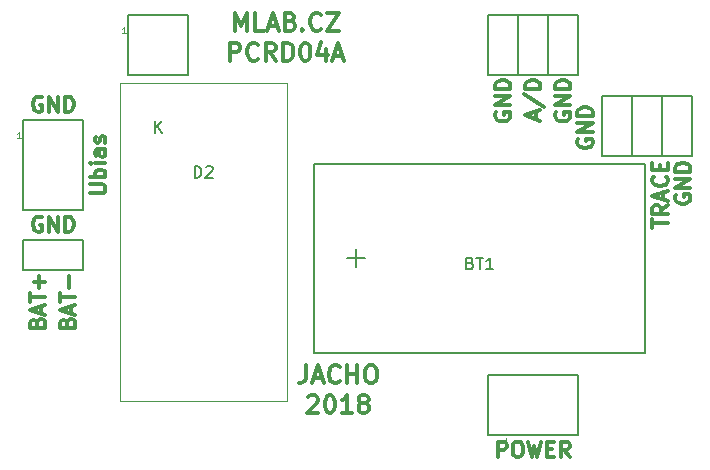
<source format=gbr>
G04 #@! TF.GenerationSoftware,KiCad,Pcbnew,(2018-02-10 revision a04965c36)-makepkg*
G04 #@! TF.CreationDate,2018-07-08T19:23:27+02:00*
G04 #@! TF.ProjectId,PCRD04A,504352443034412E6B696361645F7063,REV*
G04 #@! TF.SameCoordinates,Original*
G04 #@! TF.FileFunction,Legend,Top*
G04 #@! TF.FilePolarity,Positive*
%FSLAX46Y46*%
G04 Gerber Fmt 4.6, Leading zero omitted, Abs format (unit mm)*
G04 Created by KiCad (PCBNEW (2018-02-10 revision a04965c36)-makepkg) date 07/08/18 19:23:27*
%MOMM*%
%LPD*%
G01*
G04 APERTURE LIST*
%ADD10C,0.300000*%
%ADD11C,0.100000*%
%ADD12C,0.150000*%
%ADD13C,0.050000*%
G04 APERTURE END LIST*
D10*
X4089523Y31130000D02*
X3965714Y31191904D01*
X3780000Y31191904D01*
X3594285Y31130000D01*
X3470476Y31006190D01*
X3408571Y30882380D01*
X3346666Y30634761D01*
X3346666Y30449047D01*
X3408571Y30201428D01*
X3470476Y30077619D01*
X3594285Y29953809D01*
X3780000Y29891904D01*
X3903809Y29891904D01*
X4089523Y29953809D01*
X4151428Y30015714D01*
X4151428Y30449047D01*
X3903809Y30449047D01*
X4708571Y29891904D02*
X4708571Y31191904D01*
X5451428Y29891904D01*
X5451428Y31191904D01*
X6070476Y29891904D02*
X6070476Y31191904D01*
X6380000Y31191904D01*
X6565714Y31130000D01*
X6689523Y31006190D01*
X6751428Y30882380D01*
X6813333Y30634761D01*
X6813333Y30449047D01*
X6751428Y30201428D01*
X6689523Y30077619D01*
X6565714Y29953809D01*
X6380000Y29891904D01*
X6070476Y29891904D01*
X45936666Y29296428D02*
X45936666Y29915476D01*
X46308095Y29172619D02*
X45008095Y29605952D01*
X46308095Y30039285D01*
X44946190Y31401190D02*
X46617619Y30286904D01*
X46308095Y31834523D02*
X45008095Y31834523D01*
X45008095Y32144047D01*
X45070000Y32329761D01*
X45193809Y32453571D01*
X45317619Y32515476D01*
X45565238Y32577380D01*
X45750952Y32577380D01*
X45998571Y32515476D01*
X46122380Y32453571D01*
X46246190Y32329761D01*
X46308095Y32144047D01*
X46308095Y31834523D01*
X42530000Y29853571D02*
X42468095Y29729761D01*
X42468095Y29544047D01*
X42530000Y29358333D01*
X42653809Y29234523D01*
X42777619Y29172619D01*
X43025238Y29110714D01*
X43210952Y29110714D01*
X43458571Y29172619D01*
X43582380Y29234523D01*
X43706190Y29358333D01*
X43768095Y29544047D01*
X43768095Y29667857D01*
X43706190Y29853571D01*
X43644285Y29915476D01*
X43210952Y29915476D01*
X43210952Y29667857D01*
X43768095Y30472619D02*
X42468095Y30472619D01*
X43768095Y31215476D01*
X42468095Y31215476D01*
X43768095Y31834523D02*
X42468095Y31834523D01*
X42468095Y32144047D01*
X42530000Y32329761D01*
X42653809Y32453571D01*
X42777619Y32515476D01*
X43025238Y32577380D01*
X43210952Y32577380D01*
X43458571Y32515476D01*
X43582380Y32453571D01*
X43706190Y32329761D01*
X43768095Y32144047D01*
X43768095Y31834523D01*
X47610000Y29853571D02*
X47548095Y29729761D01*
X47548095Y29544047D01*
X47610000Y29358333D01*
X47733809Y29234523D01*
X47857619Y29172619D01*
X48105238Y29110714D01*
X48290952Y29110714D01*
X48538571Y29172619D01*
X48662380Y29234523D01*
X48786190Y29358333D01*
X48848095Y29544047D01*
X48848095Y29667857D01*
X48786190Y29853571D01*
X48724285Y29915476D01*
X48290952Y29915476D01*
X48290952Y29667857D01*
X48848095Y30472619D02*
X47548095Y30472619D01*
X48848095Y31215476D01*
X47548095Y31215476D01*
X48848095Y31834523D02*
X47548095Y31834523D01*
X47548095Y32144047D01*
X47610000Y32329761D01*
X47733809Y32453571D01*
X47857619Y32515476D01*
X48105238Y32577380D01*
X48290952Y32577380D01*
X48538571Y32515476D01*
X48662380Y32453571D01*
X48786190Y32329761D01*
X48848095Y32144047D01*
X48848095Y31834523D01*
X49515000Y27584523D02*
X49453095Y27460714D01*
X49453095Y27275000D01*
X49515000Y27089285D01*
X49638809Y26965476D01*
X49762619Y26903571D01*
X50010238Y26841666D01*
X50195952Y26841666D01*
X50443571Y26903571D01*
X50567380Y26965476D01*
X50691190Y27089285D01*
X50753095Y27275000D01*
X50753095Y27398809D01*
X50691190Y27584523D01*
X50629285Y27646428D01*
X50195952Y27646428D01*
X50195952Y27398809D01*
X50753095Y28203571D02*
X49453095Y28203571D01*
X50753095Y28946428D01*
X49453095Y28946428D01*
X50753095Y29565476D02*
X49453095Y29565476D01*
X49453095Y29875000D01*
X49515000Y30060714D01*
X49638809Y30184523D01*
X49762619Y30246428D01*
X50010238Y30308333D01*
X50195952Y30308333D01*
X50443571Y30246428D01*
X50567380Y30184523D01*
X50691190Y30060714D01*
X50753095Y29875000D01*
X50753095Y29565476D01*
X57770000Y22868571D02*
X57708095Y22744761D01*
X57708095Y22559047D01*
X57770000Y22373333D01*
X57893809Y22249523D01*
X58017619Y22187619D01*
X58265238Y22125714D01*
X58450952Y22125714D01*
X58698571Y22187619D01*
X58822380Y22249523D01*
X58946190Y22373333D01*
X59008095Y22559047D01*
X59008095Y22682857D01*
X58946190Y22868571D01*
X58884285Y22930476D01*
X58450952Y22930476D01*
X58450952Y22682857D01*
X59008095Y23487619D02*
X57708095Y23487619D01*
X59008095Y24230476D01*
X57708095Y24230476D01*
X59008095Y24849523D02*
X57708095Y24849523D01*
X57708095Y25159047D01*
X57770000Y25344761D01*
X57893809Y25468571D01*
X58017619Y25530476D01*
X58265238Y25592380D01*
X58450952Y25592380D01*
X58698571Y25530476D01*
X58822380Y25468571D01*
X58946190Y25344761D01*
X59008095Y25159047D01*
X59008095Y24849523D01*
X55803095Y20082857D02*
X55803095Y20825714D01*
X57103095Y20454285D02*
X55803095Y20454285D01*
X57103095Y22001904D02*
X56484047Y21568571D01*
X57103095Y21259047D02*
X55803095Y21259047D01*
X55803095Y21754285D01*
X55865000Y21878095D01*
X55926904Y21940000D01*
X56050714Y22001904D01*
X56236428Y22001904D01*
X56360238Y21940000D01*
X56422142Y21878095D01*
X56484047Y21754285D01*
X56484047Y21259047D01*
X56731666Y22497142D02*
X56731666Y23116190D01*
X57103095Y22373333D02*
X55803095Y22806666D01*
X57103095Y23240000D01*
X56979285Y24416190D02*
X57041190Y24354285D01*
X57103095Y24168571D01*
X57103095Y24044761D01*
X57041190Y23859047D01*
X56917380Y23735238D01*
X56793571Y23673333D01*
X56545952Y23611428D01*
X56360238Y23611428D01*
X56112619Y23673333D01*
X55988809Y23735238D01*
X55865000Y23859047D01*
X55803095Y24044761D01*
X55803095Y24168571D01*
X55865000Y24354285D01*
X55926904Y24416190D01*
X56422142Y24973333D02*
X56422142Y25406666D01*
X57103095Y25592380D02*
X57103095Y24973333D01*
X55803095Y24973333D01*
X55803095Y25592380D01*
X42717619Y681904D02*
X42717619Y1981904D01*
X43212857Y1981904D01*
X43336666Y1920000D01*
X43398571Y1858095D01*
X43460476Y1734285D01*
X43460476Y1548571D01*
X43398571Y1424761D01*
X43336666Y1362857D01*
X43212857Y1300952D01*
X42717619Y1300952D01*
X44265238Y1981904D02*
X44512857Y1981904D01*
X44636666Y1920000D01*
X44760476Y1796190D01*
X44822380Y1548571D01*
X44822380Y1115238D01*
X44760476Y867619D01*
X44636666Y743809D01*
X44512857Y681904D01*
X44265238Y681904D01*
X44141428Y743809D01*
X44017619Y867619D01*
X43955714Y1115238D01*
X43955714Y1548571D01*
X44017619Y1796190D01*
X44141428Y1920000D01*
X44265238Y1981904D01*
X45255714Y1981904D02*
X45565238Y681904D01*
X45812857Y1610476D01*
X46060476Y681904D01*
X46370000Y1981904D01*
X46865238Y1362857D02*
X47298571Y1362857D01*
X47484285Y681904D02*
X46865238Y681904D01*
X46865238Y1981904D01*
X47484285Y1981904D01*
X48784285Y681904D02*
X48350952Y1300952D01*
X48041428Y681904D02*
X48041428Y1981904D01*
X48536666Y1981904D01*
X48660476Y1920000D01*
X48722380Y1858095D01*
X48784285Y1734285D01*
X48784285Y1548571D01*
X48722380Y1424761D01*
X48660476Y1362857D01*
X48536666Y1300952D01*
X48041428Y1300952D01*
X6257142Y12043571D02*
X6319047Y12229285D01*
X6380952Y12291190D01*
X6504761Y12353095D01*
X6690476Y12353095D01*
X6814285Y12291190D01*
X6876190Y12229285D01*
X6938095Y12105476D01*
X6938095Y11610238D01*
X5638095Y11610238D01*
X5638095Y12043571D01*
X5700000Y12167380D01*
X5761904Y12229285D01*
X5885714Y12291190D01*
X6009523Y12291190D01*
X6133333Y12229285D01*
X6195238Y12167380D01*
X6257142Y12043571D01*
X6257142Y11610238D01*
X6566666Y12848333D02*
X6566666Y13467380D01*
X6938095Y12724523D02*
X5638095Y13157857D01*
X6938095Y13591190D01*
X5638095Y13838809D02*
X5638095Y14581666D01*
X6938095Y14210238D02*
X5638095Y14210238D01*
X6442857Y15015000D02*
X6442857Y16005476D01*
X3717142Y12043571D02*
X3779047Y12229285D01*
X3840952Y12291190D01*
X3964761Y12353095D01*
X4150476Y12353095D01*
X4274285Y12291190D01*
X4336190Y12229285D01*
X4398095Y12105476D01*
X4398095Y11610238D01*
X3098095Y11610238D01*
X3098095Y12043571D01*
X3160000Y12167380D01*
X3221904Y12229285D01*
X3345714Y12291190D01*
X3469523Y12291190D01*
X3593333Y12229285D01*
X3655238Y12167380D01*
X3717142Y12043571D01*
X3717142Y11610238D01*
X4026666Y12848333D02*
X4026666Y13467380D01*
X4398095Y12724523D02*
X3098095Y13157857D01*
X4398095Y13591190D01*
X3098095Y13838809D02*
X3098095Y14581666D01*
X4398095Y14210238D02*
X3098095Y14210238D01*
X3902857Y15015000D02*
X3902857Y16005476D01*
X4398095Y15510238D02*
X3407619Y15510238D01*
X8178095Y23016666D02*
X9230476Y23016666D01*
X9354285Y23078571D01*
X9416190Y23140476D01*
X9478095Y23264285D01*
X9478095Y23511904D01*
X9416190Y23635714D01*
X9354285Y23697619D01*
X9230476Y23759523D01*
X8178095Y23759523D01*
X9478095Y24378571D02*
X8178095Y24378571D01*
X8673333Y24378571D02*
X8611428Y24502380D01*
X8611428Y24750000D01*
X8673333Y24873809D01*
X8735238Y24935714D01*
X8859047Y24997619D01*
X9230476Y24997619D01*
X9354285Y24935714D01*
X9416190Y24873809D01*
X9478095Y24750000D01*
X9478095Y24502380D01*
X9416190Y24378571D01*
X9478095Y25554761D02*
X8611428Y25554761D01*
X8178095Y25554761D02*
X8240000Y25492857D01*
X8301904Y25554761D01*
X8240000Y25616666D01*
X8178095Y25554761D01*
X8301904Y25554761D01*
X9478095Y26730952D02*
X8797142Y26730952D01*
X8673333Y26669047D01*
X8611428Y26545238D01*
X8611428Y26297619D01*
X8673333Y26173809D01*
X9416190Y26730952D02*
X9478095Y26607142D01*
X9478095Y26297619D01*
X9416190Y26173809D01*
X9292380Y26111904D01*
X9168571Y26111904D01*
X9044761Y26173809D01*
X8982857Y26297619D01*
X8982857Y26607142D01*
X8920952Y26730952D01*
X9416190Y27288095D02*
X9478095Y27411904D01*
X9478095Y27659523D01*
X9416190Y27783333D01*
X9292380Y27845238D01*
X9230476Y27845238D01*
X9106666Y27783333D01*
X9044761Y27659523D01*
X9044761Y27473809D01*
X8982857Y27350000D01*
X8859047Y27288095D01*
X8797142Y27288095D01*
X8673333Y27350000D01*
X8611428Y27473809D01*
X8611428Y27659523D01*
X8673333Y27783333D01*
X4089523Y20970000D02*
X3965714Y21031904D01*
X3780000Y21031904D01*
X3594285Y20970000D01*
X3470476Y20846190D01*
X3408571Y20722380D01*
X3346666Y20474761D01*
X3346666Y20289047D01*
X3408571Y20041428D01*
X3470476Y19917619D01*
X3594285Y19793809D01*
X3780000Y19731904D01*
X3903809Y19731904D01*
X4089523Y19793809D01*
X4151428Y19855714D01*
X4151428Y20289047D01*
X3903809Y20289047D01*
X4708571Y19731904D02*
X4708571Y21031904D01*
X5451428Y19731904D01*
X5451428Y21031904D01*
X6070476Y19731904D02*
X6070476Y21031904D01*
X6380000Y21031904D01*
X6565714Y20970000D01*
X6689523Y20846190D01*
X6751428Y20722380D01*
X6813333Y20474761D01*
X6813333Y20289047D01*
X6751428Y20041428D01*
X6689523Y19917619D01*
X6565714Y19793809D01*
X6380000Y19731904D01*
X6070476Y19731904D01*
X26638571Y5758571D02*
X26710000Y5830000D01*
X26852857Y5901428D01*
X27210000Y5901428D01*
X27352857Y5830000D01*
X27424285Y5758571D01*
X27495714Y5615714D01*
X27495714Y5472857D01*
X27424285Y5258571D01*
X26567142Y4401428D01*
X27495714Y4401428D01*
X28424285Y5901428D02*
X28567142Y5901428D01*
X28710000Y5830000D01*
X28781428Y5758571D01*
X28852857Y5615714D01*
X28924285Y5330000D01*
X28924285Y4972857D01*
X28852857Y4687142D01*
X28781428Y4544285D01*
X28710000Y4472857D01*
X28567142Y4401428D01*
X28424285Y4401428D01*
X28281428Y4472857D01*
X28210000Y4544285D01*
X28138571Y4687142D01*
X28067142Y4972857D01*
X28067142Y5330000D01*
X28138571Y5615714D01*
X28210000Y5758571D01*
X28281428Y5830000D01*
X28424285Y5901428D01*
X30352857Y4401428D02*
X29495714Y4401428D01*
X29924285Y4401428D02*
X29924285Y5901428D01*
X29781428Y5687142D01*
X29638571Y5544285D01*
X29495714Y5472857D01*
X31210000Y5258571D02*
X31067142Y5330000D01*
X30995714Y5401428D01*
X30924285Y5544285D01*
X30924285Y5615714D01*
X30995714Y5758571D01*
X31067142Y5830000D01*
X31210000Y5901428D01*
X31495714Y5901428D01*
X31638571Y5830000D01*
X31710000Y5758571D01*
X31781428Y5615714D01*
X31781428Y5544285D01*
X31710000Y5401428D01*
X31638571Y5330000D01*
X31495714Y5258571D01*
X31210000Y5258571D01*
X31067142Y5187142D01*
X30995714Y5115714D01*
X30924285Y4972857D01*
X30924285Y4687142D01*
X30995714Y4544285D01*
X31067142Y4472857D01*
X31210000Y4401428D01*
X31495714Y4401428D01*
X31638571Y4472857D01*
X31710000Y4544285D01*
X31781428Y4687142D01*
X31781428Y4972857D01*
X31710000Y5115714D01*
X31638571Y5187142D01*
X31495714Y5258571D01*
X26460000Y8441428D02*
X26460000Y7370000D01*
X26388571Y7155714D01*
X26245714Y7012857D01*
X26031428Y6941428D01*
X25888571Y6941428D01*
X27102857Y7370000D02*
X27817142Y7370000D01*
X26960000Y6941428D02*
X27460000Y8441428D01*
X27960000Y6941428D01*
X29317142Y7084285D02*
X29245714Y7012857D01*
X29031428Y6941428D01*
X28888571Y6941428D01*
X28674285Y7012857D01*
X28531428Y7155714D01*
X28460000Y7298571D01*
X28388571Y7584285D01*
X28388571Y7798571D01*
X28460000Y8084285D01*
X28531428Y8227142D01*
X28674285Y8370000D01*
X28888571Y8441428D01*
X29031428Y8441428D01*
X29245714Y8370000D01*
X29317142Y8298571D01*
X29960000Y6941428D02*
X29960000Y8441428D01*
X29960000Y7727142D02*
X30817142Y7727142D01*
X30817142Y6941428D02*
X30817142Y8441428D01*
X31817142Y8441428D02*
X32102857Y8441428D01*
X32245714Y8370000D01*
X32388571Y8227142D01*
X32460000Y7941428D01*
X32460000Y7441428D01*
X32388571Y7155714D01*
X32245714Y7012857D01*
X32102857Y6941428D01*
X31817142Y6941428D01*
X31674285Y7012857D01*
X31531428Y7155714D01*
X31460000Y7441428D01*
X31460000Y7941428D01*
X31531428Y8227142D01*
X31674285Y8370000D01*
X31817142Y8441428D01*
X20443571Y36786428D02*
X20443571Y38286428D01*
X20943571Y37215000D01*
X21443571Y38286428D01*
X21443571Y36786428D01*
X22872142Y36786428D02*
X22157857Y36786428D01*
X22157857Y38286428D01*
X23300714Y37215000D02*
X24015000Y37215000D01*
X23157857Y36786428D02*
X23657857Y38286428D01*
X24157857Y36786428D01*
X25157857Y37572142D02*
X25372142Y37500714D01*
X25443571Y37429285D01*
X25515000Y37286428D01*
X25515000Y37072142D01*
X25443571Y36929285D01*
X25372142Y36857857D01*
X25229285Y36786428D01*
X24657857Y36786428D01*
X24657857Y38286428D01*
X25157857Y38286428D01*
X25300714Y38215000D01*
X25372142Y38143571D01*
X25443571Y38000714D01*
X25443571Y37857857D01*
X25372142Y37715000D01*
X25300714Y37643571D01*
X25157857Y37572142D01*
X24657857Y37572142D01*
X26157857Y36929285D02*
X26229285Y36857857D01*
X26157857Y36786428D01*
X26086428Y36857857D01*
X26157857Y36929285D01*
X26157857Y36786428D01*
X27729285Y36929285D02*
X27657857Y36857857D01*
X27443571Y36786428D01*
X27300714Y36786428D01*
X27086428Y36857857D01*
X26943571Y37000714D01*
X26872142Y37143571D01*
X26800714Y37429285D01*
X26800714Y37643571D01*
X26872142Y37929285D01*
X26943571Y38072142D01*
X27086428Y38215000D01*
X27300714Y38286428D01*
X27443571Y38286428D01*
X27657857Y38215000D01*
X27729285Y38143571D01*
X28229285Y38286428D02*
X29229285Y38286428D01*
X28229285Y36786428D01*
X29229285Y36786428D01*
X20050714Y34246428D02*
X20050714Y35746428D01*
X20622142Y35746428D01*
X20765000Y35675000D01*
X20836428Y35603571D01*
X20907857Y35460714D01*
X20907857Y35246428D01*
X20836428Y35103571D01*
X20765000Y35032142D01*
X20622142Y34960714D01*
X20050714Y34960714D01*
X22407857Y34389285D02*
X22336428Y34317857D01*
X22122142Y34246428D01*
X21979285Y34246428D01*
X21765000Y34317857D01*
X21622142Y34460714D01*
X21550714Y34603571D01*
X21479285Y34889285D01*
X21479285Y35103571D01*
X21550714Y35389285D01*
X21622142Y35532142D01*
X21765000Y35675000D01*
X21979285Y35746428D01*
X22122142Y35746428D01*
X22336428Y35675000D01*
X22407857Y35603571D01*
X23907857Y34246428D02*
X23407857Y34960714D01*
X23050714Y34246428D02*
X23050714Y35746428D01*
X23622142Y35746428D01*
X23765000Y35675000D01*
X23836428Y35603571D01*
X23907857Y35460714D01*
X23907857Y35246428D01*
X23836428Y35103571D01*
X23765000Y35032142D01*
X23622142Y34960714D01*
X23050714Y34960714D01*
X24550714Y34246428D02*
X24550714Y35746428D01*
X24907857Y35746428D01*
X25122142Y35675000D01*
X25265000Y35532142D01*
X25336428Y35389285D01*
X25407857Y35103571D01*
X25407857Y34889285D01*
X25336428Y34603571D01*
X25265000Y34460714D01*
X25122142Y34317857D01*
X24907857Y34246428D01*
X24550714Y34246428D01*
X26336428Y35746428D02*
X26479285Y35746428D01*
X26622142Y35675000D01*
X26693571Y35603571D01*
X26765000Y35460714D01*
X26836428Y35175000D01*
X26836428Y34817857D01*
X26765000Y34532142D01*
X26693571Y34389285D01*
X26622142Y34317857D01*
X26479285Y34246428D01*
X26336428Y34246428D01*
X26193571Y34317857D01*
X26122142Y34389285D01*
X26050714Y34532142D01*
X25979285Y34817857D01*
X25979285Y35175000D01*
X26050714Y35460714D01*
X26122142Y35603571D01*
X26193571Y35675000D01*
X26336428Y35746428D01*
X28122142Y35246428D02*
X28122142Y34246428D01*
X27765000Y35817857D02*
X27407857Y34746428D01*
X28336428Y34746428D01*
X28836428Y34675000D02*
X29550714Y34675000D01*
X28693571Y34246428D02*
X29193571Y35746428D01*
X29693571Y34246428D01*
D11*
X24880000Y5385000D02*
X24880000Y32385000D01*
X10680000Y32385000D02*
X24880000Y32385000D01*
X10680000Y5385000D02*
X10680000Y32385000D01*
X10680000Y5385000D02*
X24880000Y5385000D01*
D12*
X27148000Y9526000D02*
X27148000Y25526000D01*
X55148000Y9526000D02*
X27148000Y9526000D01*
X55148000Y25526000D02*
X55148000Y9526000D01*
X27148000Y25526000D02*
X55148000Y25526000D01*
X41910000Y2540000D02*
X41910000Y7620000D01*
X41910000Y7620000D02*
X49530000Y7620000D01*
X49530000Y7620000D02*
X49530000Y2540000D01*
X49530000Y2540000D02*
X41910000Y2540000D01*
X54102000Y26162000D02*
X51562000Y26162000D01*
X54102000Y31242000D02*
X54102000Y26162000D01*
X51562000Y31242000D02*
X54102000Y31242000D01*
X51562000Y26162000D02*
X51562000Y31242000D01*
X54102000Y26162000D02*
X54102000Y31242000D01*
X54102000Y31242000D02*
X56642000Y31242000D01*
X56642000Y31242000D02*
X56642000Y26162000D01*
X56642000Y26162000D02*
X54102000Y26162000D01*
X59182000Y26162000D02*
X56642000Y26162000D01*
X59182000Y31242000D02*
X59182000Y26162000D01*
X56642000Y31242000D02*
X59182000Y31242000D01*
X56642000Y26162000D02*
X56642000Y31242000D01*
X49530000Y33020000D02*
X46990000Y33020000D01*
X49530000Y38100000D02*
X49530000Y33020000D01*
X46990000Y38100000D02*
X49530000Y38100000D01*
X46990000Y33020000D02*
X46990000Y38100000D01*
X44450000Y33020000D02*
X44450000Y38100000D01*
X44450000Y38100000D02*
X46990000Y38100000D01*
X46990000Y38100000D02*
X46990000Y33020000D01*
X46990000Y33020000D02*
X44450000Y33020000D01*
X41910000Y33020000D02*
X41910000Y38100000D01*
X41910000Y38100000D02*
X44450000Y38100000D01*
X44450000Y38100000D02*
X44450000Y33020000D01*
X44450000Y33020000D02*
X41910000Y33020000D01*
X2540000Y29210000D02*
X7620000Y29210000D01*
X7620000Y29210000D02*
X7620000Y21590000D01*
X7620000Y21590000D02*
X2540000Y21590000D01*
X2540000Y21590000D02*
X2540000Y29210000D01*
X2540000Y19050000D02*
X7620000Y19050000D01*
X2540000Y16510000D02*
X2540000Y19050000D01*
X7620000Y16510000D02*
X2540000Y16510000D01*
X7620000Y19050000D02*
X7620000Y16510000D01*
X11430000Y38100000D02*
X16510000Y38100000D01*
X16510000Y38100000D02*
X16510000Y33020000D01*
X16510000Y33020000D02*
X11430000Y33020000D01*
X11430000Y33020000D02*
X11430000Y38100000D01*
X17041904Y24312619D02*
X17041904Y25312619D01*
X17280000Y25312619D01*
X17422857Y25265000D01*
X17518095Y25169761D01*
X17565714Y25074523D01*
X17613333Y24884047D01*
X17613333Y24741190D01*
X17565714Y24550714D01*
X17518095Y24455476D01*
X17422857Y24360238D01*
X17280000Y24312619D01*
X17041904Y24312619D01*
X17994285Y25217380D02*
X18041904Y25265000D01*
X18137142Y25312619D01*
X18375238Y25312619D01*
X18470476Y25265000D01*
X18518095Y25217380D01*
X18565714Y25122142D01*
X18565714Y25026904D01*
X18518095Y24884047D01*
X17946666Y24312619D01*
X18565714Y24312619D01*
X13708095Y28122619D02*
X13708095Y29122619D01*
X14279523Y28122619D02*
X13850952Y28694047D01*
X14279523Y29122619D02*
X13708095Y28551190D01*
X40362285Y17097428D02*
X40505142Y17049809D01*
X40552761Y17002190D01*
X40600380Y16906952D01*
X40600380Y16764095D01*
X40552761Y16668857D01*
X40505142Y16621238D01*
X40409904Y16573619D01*
X40028952Y16573619D01*
X40028952Y17573619D01*
X40362285Y17573619D01*
X40457523Y17526000D01*
X40505142Y17478380D01*
X40552761Y17383142D01*
X40552761Y17287904D01*
X40505142Y17192666D01*
X40457523Y17145047D01*
X40362285Y17097428D01*
X40028952Y17097428D01*
X40886095Y17573619D02*
X41457523Y17573619D01*
X41171809Y16573619D02*
X41171809Y17573619D01*
X42314666Y16573619D02*
X41743238Y16573619D01*
X42028952Y16573619D02*
X42028952Y17573619D01*
X41933714Y17430761D01*
X41838476Y17335523D01*
X41743238Y17287904D01*
X29946695Y17535542D02*
X31470504Y17535542D01*
X30708600Y16773638D02*
X30708600Y18297447D01*
D13*
X43406190Y2301857D02*
X43406190Y2016142D01*
X43406190Y2159000D02*
X42906190Y2159000D01*
X42977619Y2111380D01*
X43025238Y2063761D01*
X43049047Y2016142D01*
X2301857Y27713809D02*
X2016142Y27713809D01*
X2159000Y27713809D02*
X2159000Y28213809D01*
X2111380Y28142380D01*
X2063761Y28094761D01*
X2016142Y28070952D01*
X11191857Y36603809D02*
X10906142Y36603809D01*
X11049000Y36603809D02*
X11049000Y37103809D01*
X11001380Y37032380D01*
X10953761Y36984761D01*
X10906142Y36960952D01*
M02*

</source>
